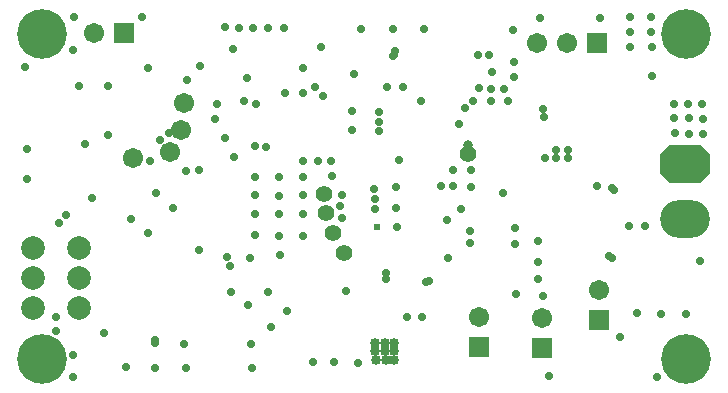
<source format=gbs>
%FSLAX25Y25*%
%MOIN*%
G70*
G01*
G75*
G04 Layer_Color=16711935*
%ADD10C,0.02000*%
%ADD11C,0.01500*%
%ADD12C,0.00600*%
%ADD13C,0.01000*%
%ADD14C,0.03000*%
%ADD15C,0.00800*%
%ADD16C,0.02500*%
%ADD17R,0.02362X0.02756*%
%ADD18O,0.05906X0.01575*%
%ADD19R,0.06299X0.10630*%
%ADD20R,0.05512X0.08661*%
%ADD21R,0.05512X0.03543*%
%ADD22R,0.04331X0.05118*%
%ADD23C,0.05906*%
%ADD24R,0.03937X0.12205*%
%ADD25R,0.03937X0.03937*%
%ADD26R,0.05118X0.03150*%
%ADD27R,0.11024X0.08268*%
%ADD28R,0.03543X0.03740*%
%ADD29R,0.03543X0.03740*%
%ADD30O,0.05906X0.00984*%
%ADD31O,0.00984X0.05906*%
%ADD32R,0.03937X0.01378*%
%ADD33O,0.00984X0.02756*%
%ADD34O,0.02756X0.00984*%
%ADD35R,0.10236X0.10630*%
%ADD36R,0.02362X0.03150*%
%ADD37R,0.03150X0.03150*%
%ADD38R,0.03150X0.02362*%
%ADD39R,0.04331X0.03937*%
%ADD40R,0.03150X0.05118*%
%ADD41R,0.08268X0.11024*%
%ADD42R,0.02756X0.02362*%
%ADD43R,0.03500X0.02800*%
%ADD44R,0.02800X0.03500*%
%ADD45R,0.05512X0.06693*%
%ADD46C,0.04724*%
%ADD47R,0.03740X0.03543*%
%ADD48R,0.03740X0.03543*%
%ADD49R,0.07087X0.06299*%
%ADD50R,0.17500X0.26100*%
%ADD51R,0.08900X0.23700*%
%ADD52R,0.37800X0.08900*%
%ADD53R,0.18600X0.12500*%
%ADD54R,0.05300X0.15000*%
%ADD55R,0.08700X0.14600*%
%ADD56R,0.18300X0.06800*%
%ADD57R,0.03100X0.10500*%
%ADD58R,0.27600X0.08000*%
%ADD59R,0.20600X0.13700*%
%ADD60R,0.06700X0.23500*%
%ADD61R,0.10900X0.06800*%
%ADD62R,0.07900X0.07000*%
%ADD63R,0.14900X0.03900*%
%ADD64R,0.05900X0.18900*%
%ADD65R,0.06800X0.03800*%
%ADD66R,0.08500X0.03500*%
%ADD67C,0.07087*%
%ADD68C,0.15748*%
%ADD69R,0.05906X0.05906*%
%ADD70R,0.05906X0.05906*%
%ADD71C,0.01969*%
%ADD72C,0.01575*%
%ADD73C,0.02559*%
%ADD74C,0.02362*%
G04:AMPARAMS|DCode=75|XSize=157.48mil|YSize=118.11mil|CornerRadius=0mil|HoleSize=0mil|Usage=FLASHONLY|Rotation=0.000|XOffset=0mil|YOffset=0mil|HoleType=Round|Shape=Octagon|*
%AMOCTAGOND75*
4,1,8,0.07874,-0.02953,0.07874,0.02953,0.04921,0.05906,-0.04921,0.05906,-0.07874,0.02953,-0.07874,-0.02953,-0.04921,-0.05906,0.04921,-0.05906,0.07874,-0.02953,0.0*
%
%ADD75OCTAGOND75*%

%ADD76O,0.15748X0.11811*%
%ADD77R,0.62400X0.08800*%
%ADD78R,0.10500X0.18500*%
%ADD79C,0.00394*%
%ADD80C,0.00984*%
%ADD81C,0.00984*%
%ADD82C,0.00787*%
%ADD83C,0.00591*%
%ADD84C,0.00500*%
%ADD85C,0.00300*%
%ADD86R,0.03984X0.12820*%
%ADD87O,0.05506X0.01175*%
%ADD88C,0.00100*%
%ADD89R,0.03162X0.03556*%
%ADD90O,0.06706X0.02375*%
%ADD91R,0.07099X0.11430*%
%ADD92R,0.06312X0.09461*%
%ADD93R,0.06312X0.04343*%
%ADD94R,0.05131X0.05918*%
%ADD95C,0.06706*%
%ADD96R,0.04737X0.13005*%
%ADD97R,0.04737X0.04737*%
%ADD98R,0.05918X0.03950*%
%ADD99R,0.11824X0.09068*%
%ADD100R,0.04343X0.04540*%
%ADD101R,0.04343X0.04540*%
%ADD102O,0.06706X0.01784*%
%ADD103O,0.01784X0.06706*%
%ADD104R,0.04737X0.02178*%
%ADD105O,0.01784X0.03556*%
%ADD106O,0.03556X0.01784*%
%ADD107R,0.11036X0.11430*%
%ADD108R,0.03162X0.03950*%
%ADD109R,0.03950X0.03950*%
%ADD110R,0.03950X0.03162*%
%ADD111R,0.05131X0.04737*%
%ADD112R,0.03950X0.05918*%
%ADD113R,0.09068X0.11824*%
%ADD114R,0.03556X0.03162*%
%ADD115R,0.04300X0.03600*%
%ADD116R,0.03600X0.04300*%
%ADD117R,0.06312X0.07493*%
%ADD118C,0.05524*%
%ADD119R,0.04540X0.04343*%
%ADD120R,0.04540X0.04343*%
%ADD121R,0.07887X0.07099*%
%ADD122C,0.07887*%
%ADD123C,0.16548*%
%ADD124R,0.06706X0.06706*%
%ADD125R,0.06706X0.06706*%
%ADD126C,0.02769*%
%ADD127C,0.02375*%
%ADD128C,0.03359*%
%ADD129C,0.03162*%
G04:AMPARAMS|DCode=130|XSize=165.48mil|YSize=126.11mil|CornerRadius=0mil|HoleSize=0mil|Usage=FLASHONLY|Rotation=0.000|XOffset=0mil|YOffset=0mil|HoleType=Round|Shape=Octagon|*
%AMOCTAGOND130*
4,1,8,0.08274,-0.03153,0.08274,0.03153,0.05121,0.06306,-0.05121,0.06306,-0.08274,0.03153,-0.08274,-0.03153,-0.05121,-0.06306,0.05121,-0.06306,0.08274,-0.03153,0.0*
%
%ADD130OCTAGOND130*%

%ADD131O,0.16548X0.12611*%
D95*
X18822Y73987D02*
D03*
X34613Y83178D02*
D03*
X31013Y75878D02*
D03*
X35513Y92322D02*
D03*
X174016Y29947D02*
D03*
X155026Y20447D02*
D03*
X5626Y115347D02*
D03*
X163228Y112205D02*
D03*
X153228D02*
D03*
X133900Y20690D02*
D03*
D118*
X83000Y55500D02*
D03*
X82200Y61900D02*
D03*
X85300Y48700D02*
D03*
X88900Y42300D02*
D03*
X130500Y75200D02*
D03*
D122*
X-14700Y44000D02*
D03*
Y34000D02*
D03*
Y24000D02*
D03*
X600Y43900D02*
D03*
Y33900D02*
D03*
Y23900D02*
D03*
D123*
X-11600Y6900D02*
D03*
X203000D02*
D03*
X-11600Y115200D02*
D03*
X203000D02*
D03*
D124*
X174016Y19947D02*
D03*
X155026Y10447D02*
D03*
X133900Y10847D02*
D03*
D125*
X15626Y115347D02*
D03*
X173228Y112205D02*
D03*
D126*
X82100Y94600D02*
D03*
X79300Y97500D02*
D03*
X173300Y64600D02*
D03*
X159700Y73700D02*
D03*
X156100D02*
D03*
X103100Y33400D02*
D03*
X103000Y35600D02*
D03*
X9100Y15500D02*
D03*
X35800Y11900D02*
D03*
X21800Y120800D02*
D03*
X-1200Y109900D02*
D03*
X-1000Y120700D02*
D03*
X54000Y117300D02*
D03*
X49400Y117400D02*
D03*
X58600Y117200D02*
D03*
X45900Y87000D02*
D03*
X56700Y100500D02*
D03*
X63600Y117300D02*
D03*
X59537Y91937D02*
D03*
X107200Y73200D02*
D03*
X100600Y83000D02*
D03*
Y85900D02*
D03*
Y89100D02*
D03*
X127500Y85300D02*
D03*
X129400Y90400D02*
D03*
X145800Y106000D02*
D03*
X155600Y87600D02*
D03*
X155500Y90300D02*
D03*
X153600Y46100D02*
D03*
X123600Y40500D02*
D03*
X84800Y72700D02*
D03*
X80300D02*
D03*
X75400Y72900D02*
D03*
X57600Y40600D02*
D03*
X57100Y24900D02*
D03*
X106800Y51000D02*
D03*
X114800Y92700D02*
D03*
X145300Y116400D02*
D03*
X89600Y29400D02*
D03*
X69300Y95400D02*
D03*
X49200Y80600D02*
D03*
X52500Y74100D02*
D03*
X63800Y29100D02*
D03*
X51400D02*
D03*
X116200Y32600D02*
D03*
X117300Y32800D02*
D03*
X2800Y78600D02*
D03*
X51900Y110200D02*
D03*
X23700Y103900D02*
D03*
X31986Y57214D02*
D03*
X55600Y92900D02*
D03*
X75500Y103900D02*
D03*
Y95500D02*
D03*
X179000Y63200D02*
D03*
D03*
X178200Y63700D02*
D03*
X178300Y40637D02*
D03*
X177500Y41100D02*
D03*
X105350Y107850D02*
D03*
X105800Y108300D02*
D03*
X105900Y109500D02*
D03*
X16900Y72400D02*
D03*
Y73800D02*
D03*
X26000Y13100D02*
D03*
Y12100D02*
D03*
X146100Y45300D02*
D03*
Y50500D02*
D03*
X59500Y77700D02*
D03*
X63000Y77600D02*
D03*
X198300Y68600D02*
D03*
X202700Y68500D02*
D03*
X206700Y68600D02*
D03*
X206600Y72900D02*
D03*
X202700D02*
D03*
X198400Y73000D02*
D03*
X206600Y76600D02*
D03*
X202600Y76500D02*
D03*
X198400D02*
D03*
X88200Y53900D02*
D03*
X87600Y57900D02*
D03*
X88400Y61600D02*
D03*
X99200Y57000D02*
D03*
Y60100D02*
D03*
X41000Y104500D02*
D03*
X30600Y82250D02*
D03*
X27800Y80000D02*
D03*
X108821Y97421D02*
D03*
X103400Y97400D02*
D03*
X99000Y63600D02*
D03*
X137200Y108200D02*
D03*
X133600D02*
D03*
X109979Y20979D02*
D03*
X114900Y20900D02*
D03*
X131000Y45500D02*
D03*
Y49400D02*
D03*
X10300Y97800D02*
D03*
Y81400D02*
D03*
X-6100Y52100D02*
D03*
X-3800Y55000D02*
D03*
X69000Y117200D02*
D03*
X24200Y72700D02*
D03*
X26300Y62200D02*
D03*
X18100Y53400D02*
D03*
X49900Y41000D02*
D03*
X51100Y37800D02*
D03*
X40700Y43300D02*
D03*
X4900Y60400D02*
D03*
X23700Y48900D02*
D03*
X40700Y69900D02*
D03*
X46600Y91800D02*
D03*
X36800Y100000D02*
D03*
X36400Y69600D02*
D03*
X78800Y5900D02*
D03*
X85600Y5700D02*
D03*
X93700Y5500D02*
D03*
X16200Y4300D02*
D03*
X26000Y4000D02*
D03*
X36500Y3900D02*
D03*
X81300Y110700D02*
D03*
X-16700Y76800D02*
D03*
X-16800Y66800D02*
D03*
X-17200Y104300D02*
D03*
X94700Y117000D02*
D03*
X105300Y116900D02*
D03*
X115600Y116700D02*
D03*
X154400Y120600D02*
D03*
X174500Y120500D02*
D03*
X191300Y120800D02*
D03*
X184500Y110900D02*
D03*
X184400Y115900D02*
D03*
Y120800D02*
D03*
X191500Y115900D02*
D03*
X191700Y110900D02*
D03*
X191800Y101300D02*
D03*
X198900Y92000D02*
D03*
X203800D02*
D03*
X208500D02*
D03*
X199100Y87200D02*
D03*
X203900Y87100D02*
D03*
X208600Y87000D02*
D03*
X199300Y82200D02*
D03*
X204000Y81900D02*
D03*
X208600Y82000D02*
D03*
X198600Y57800D02*
D03*
X207400Y57400D02*
D03*
X207100Y49600D02*
D03*
X202800Y53600D02*
D03*
X189300Y51200D02*
D03*
X183900D02*
D03*
X207700Y39600D02*
D03*
X186600Y22200D02*
D03*
X194800Y21900D02*
D03*
X203100Y21700D02*
D03*
X193300Y1000D02*
D03*
X181000Y14100D02*
D03*
X157400Y1300D02*
D03*
X155200Y28000D02*
D03*
X146200Y28400D02*
D03*
X153800Y39200D02*
D03*
Y33400D02*
D03*
X163600Y73700D02*
D03*
X143600Y92700D02*
D03*
X145700Y101000D02*
D03*
X137900Y92700D02*
D03*
X132100Y93000D02*
D03*
X138100Y97000D02*
D03*
X138300Y102500D02*
D03*
X142300Y97000D02*
D03*
X134000Y97100D02*
D03*
X159700Y76400D02*
D03*
X163600Y76600D02*
D03*
X125500Y69900D02*
D03*
X125400Y64600D02*
D03*
X128000Y56700D02*
D03*
X106400Y57300D02*
D03*
Y64300D02*
D03*
X123200Y53300D02*
D03*
X121400Y64400D02*
D03*
X59200Y67600D02*
D03*
Y61400D02*
D03*
X59300Y55100D02*
D03*
X59400Y48300D02*
D03*
X67300Y48000D02*
D03*
X67400Y55100D02*
D03*
X67300Y61300D02*
D03*
Y67500D02*
D03*
X75500D02*
D03*
X75400Y61500D02*
D03*
X75300Y55100D02*
D03*
X75500Y48000D02*
D03*
X67600Y41600D02*
D03*
X85000Y67900D02*
D03*
X91800Y89600D02*
D03*
X91700Y83200D02*
D03*
X92300Y102000D02*
D03*
X58200Y3900D02*
D03*
X58100Y11700D02*
D03*
X64800Y17600D02*
D03*
X70100Y23000D02*
D03*
X-1200Y900D02*
D03*
X-1300Y8200D02*
D03*
X-6900Y21000D02*
D03*
Y16200D02*
D03*
X600Y97900D02*
D03*
X141900Y62200D02*
D03*
X131300Y64200D02*
D03*
X131400Y69900D02*
D03*
X198900Y49600D02*
D03*
D127*
X99900Y50800D02*
D03*
D128*
X99400Y12200D02*
D03*
X102600D02*
D03*
X105600Y12300D02*
D03*
X99500Y9500D02*
D03*
X102700D02*
D03*
X105700D02*
D03*
X102900Y6600D02*
D03*
X105800D02*
D03*
X99600D02*
D03*
D129*
X130300Y78200D02*
D03*
D130*
X202700Y71900D02*
D03*
D131*
X202800Y53600D02*
D03*
M02*

</source>
